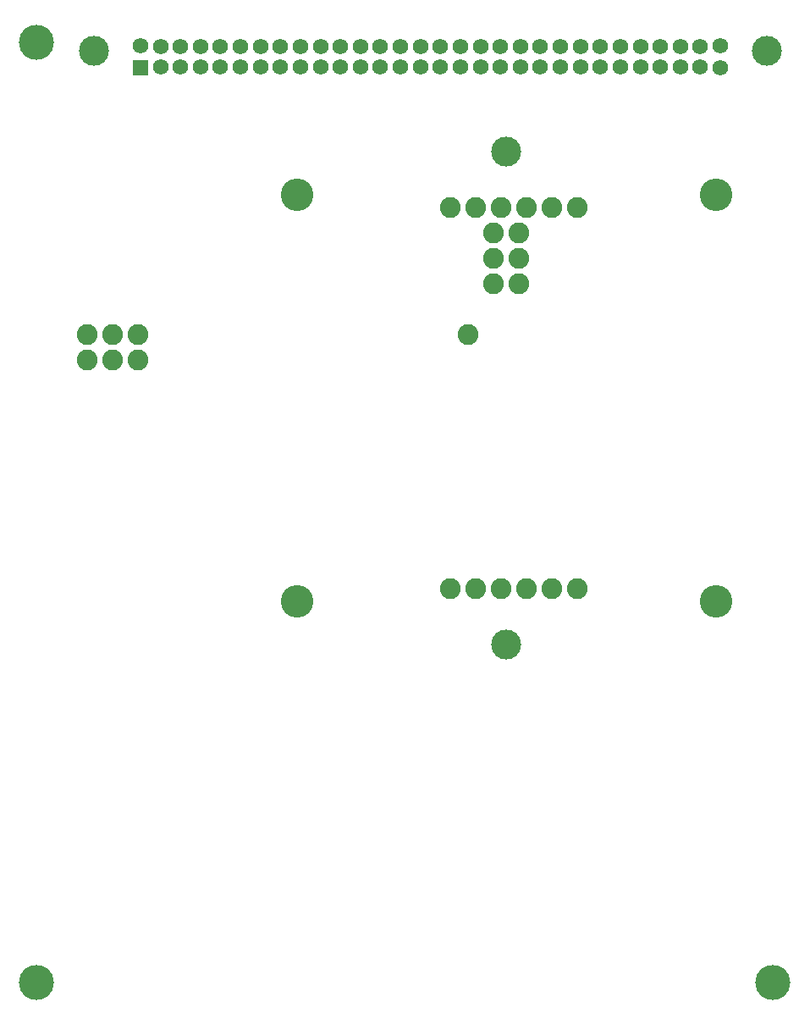
<source format=gbs>
G75*
%MOIN*%
%OFA0B0*%
%FSLAX25Y25*%
%IPPOS*%
%LPD*%
%AMOC8*
5,1,8,0,0,1.08239X$1,22.5*
%
%ADD10C,0.08200*%
%ADD11C,0.12800*%
%ADD12C,0.11800*%
%ADD13R,0.06146X0.06146*%
%ADD14C,0.06146*%
%ADD15C,0.13800*%
D10*
X0104060Y0305000D03*
X0104060Y0315000D03*
X0114060Y0315000D03*
X0114060Y0305000D03*
X0124060Y0305000D03*
X0124060Y0315000D03*
X0247060Y0365000D03*
X0257060Y0365000D03*
X0264060Y0355000D03*
X0267060Y0365000D03*
X0274060Y0355000D03*
X0277060Y0365000D03*
X0287060Y0365000D03*
X0297060Y0365000D03*
X0274060Y0345000D03*
X0274060Y0335000D03*
X0264060Y0335000D03*
X0264060Y0345000D03*
X0254060Y0315000D03*
X0257060Y0215000D03*
X0267060Y0215000D03*
X0277060Y0215000D03*
X0287060Y0215000D03*
X0297060Y0215000D03*
X0247060Y0215000D03*
D11*
X0186560Y0210000D03*
X0186560Y0370000D03*
X0351560Y0370000D03*
X0351560Y0210000D03*
D12*
X0269060Y0193000D03*
X0269060Y0387000D03*
X0371560Y0426600D03*
X0106560Y0426600D03*
D13*
X0124887Y0419921D03*
D14*
X0124887Y0428583D03*
X0132761Y0428189D03*
X0132761Y0420315D03*
X0140635Y0420315D03*
X0148509Y0420315D03*
X0148509Y0428189D03*
X0140635Y0428189D03*
X0156383Y0428189D03*
X0156383Y0420315D03*
X0164257Y0420315D03*
X0172131Y0420315D03*
X0172131Y0428189D03*
X0164257Y0428189D03*
X0180005Y0428189D03*
X0180005Y0420315D03*
X0187879Y0420315D03*
X0187879Y0428189D03*
X0195753Y0428189D03*
X0203627Y0428189D03*
X0203627Y0420315D03*
X0195753Y0420315D03*
X0211501Y0420315D03*
X0211501Y0428189D03*
X0219375Y0428189D03*
X0227249Y0428189D03*
X0227249Y0420315D03*
X0219375Y0420315D03*
X0235123Y0420315D03*
X0235123Y0428189D03*
X0242997Y0428189D03*
X0250871Y0428189D03*
X0250871Y0420315D03*
X0242997Y0420315D03*
X0258745Y0420315D03*
X0258745Y0428189D03*
X0266619Y0428189D03*
X0266619Y0420315D03*
X0274493Y0420315D03*
X0274493Y0428189D03*
X0282367Y0428189D03*
X0282367Y0420315D03*
X0290241Y0420315D03*
X0290241Y0428189D03*
X0298115Y0428189D03*
X0298115Y0420315D03*
X0305989Y0420315D03*
X0305989Y0428189D03*
X0313863Y0428189D03*
X0313863Y0420315D03*
X0321737Y0420315D03*
X0321737Y0428189D03*
X0329611Y0428189D03*
X0329611Y0420315D03*
X0337485Y0420315D03*
X0337485Y0428189D03*
X0345359Y0428189D03*
X0345359Y0420315D03*
X0353233Y0419921D03*
X0353233Y0428583D03*
D15*
X0084060Y0060000D03*
X0084060Y0430000D03*
X0374060Y0060000D03*
M02*

</source>
